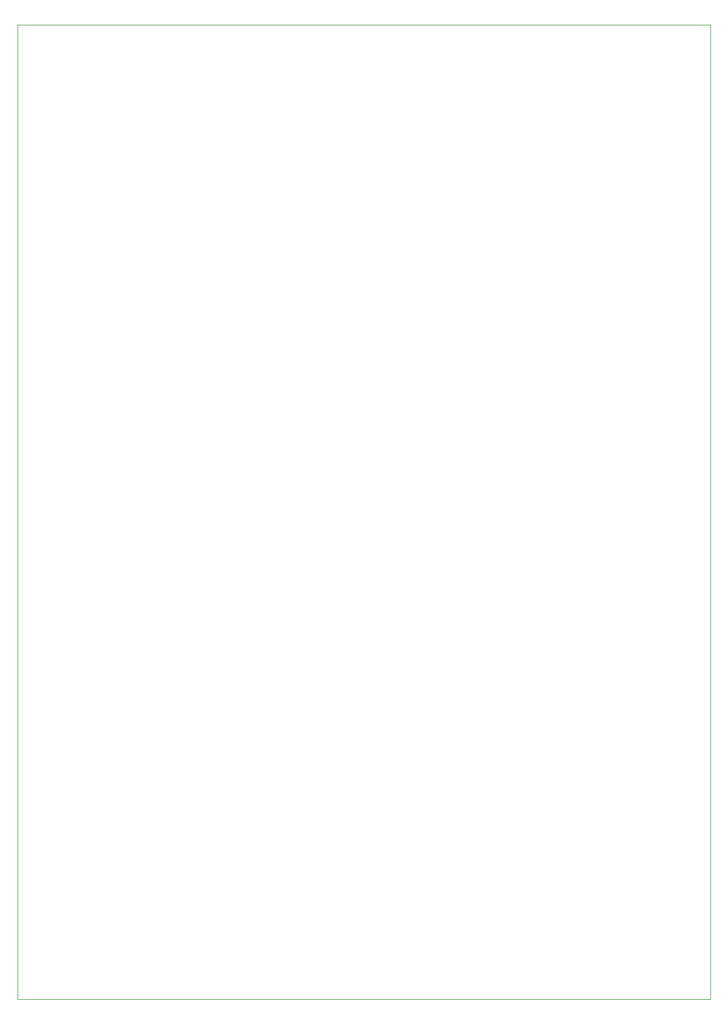
<source format=gbr>
G04 #@! TF.GenerationSoftware,KiCad,Pcbnew,(5.1.4)-1*
G04 #@! TF.CreationDate,2019-10-21T18:56:29-04:00*
G04 #@! TF.ProjectId,A-10C-CautionLED,412d3130-432d-4436-9175-74696f6e4c45,1*
G04 #@! TF.SameCoordinates,Original*
G04 #@! TF.FileFunction,Profile,NP*
%FSLAX46Y46*%
G04 Gerber Fmt 4.6, Leading zero omitted, Abs format (unit mm)*
G04 Created by KiCad (PCBNEW (5.1.4)-1) date 2019-10-21 18:56:29*
%MOMM*%
%LPD*%
G04 APERTURE LIST*
%ADD10C,0.100000*%
G04 APERTURE END LIST*
D10*
X43180000Y-175260000D02*
X43180000Y-25400000D01*
X149860000Y-175260000D02*
X43180000Y-175260000D01*
X149860000Y-25400000D02*
X149860000Y-175260000D01*
X43180000Y-25400000D02*
X149860000Y-25400000D01*
M02*

</source>
